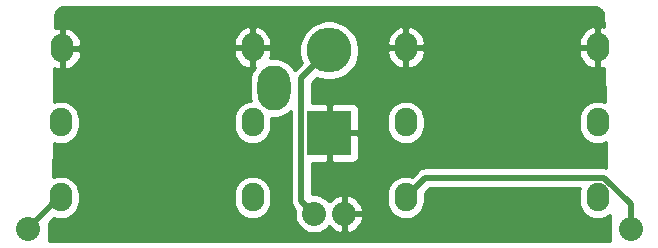
<source format=gbr>
G04 #@! TF.GenerationSoftware,KiCad,Pcbnew,(5.1.9-0-10_14)*
G04 #@! TF.CreationDate,2021-07-10T16:26:02+02:00*
G04 #@! TF.ProjectId,jack-power,6a61636b-2d70-46f7-9765-722e6b696361,rev?*
G04 #@! TF.SameCoordinates,Original*
G04 #@! TF.FileFunction,Copper,L1,Top*
G04 #@! TF.FilePolarity,Positive*
%FSLAX46Y46*%
G04 Gerber Fmt 4.6, Leading zero omitted, Abs format (unit mm)*
G04 Created by KiCad (PCBNEW (5.1.9-0-10_14)) date 2021-07-10 16:26:02*
%MOMM*%
%LPD*%
G01*
G04 APERTURE LIST*
G04 #@! TA.AperFunction,ComponentPad*
%ADD10R,3.810000X3.810000*%
G04 #@! TD*
G04 #@! TA.AperFunction,ComponentPad*
%ADD11O,3.810000X3.810000*%
G04 #@! TD*
G04 #@! TA.AperFunction,ComponentPad*
%ADD12O,2.810000X3.810000*%
G04 #@! TD*
G04 #@! TA.AperFunction,ComponentPad*
%ADD13O,1.930400X2.400000*%
G04 #@! TD*
G04 #@! TA.AperFunction,ComponentPad*
%ADD14O,2.032000X2.032000*%
G04 #@! TD*
G04 #@! TA.AperFunction,Conductor*
%ADD15C,0.500000*%
G04 #@! TD*
G04 #@! TA.AperFunction,Conductor*
%ADD16C,0.254000*%
G04 #@! TD*
G04 #@! TA.AperFunction,Conductor*
%ADD17C,0.100000*%
G04 #@! TD*
G04 APERTURE END LIST*
D10*
X103124000Y-71882000D03*
D11*
X103124000Y-64897000D03*
D12*
X98425000Y-68072000D03*
D13*
X125844000Y-77343000D03*
X109614000Y-77343000D03*
X125844000Y-64643000D03*
X109614000Y-64643000D03*
X125844000Y-70993000D03*
X109614000Y-70993000D03*
X96634000Y-77343000D03*
X80404000Y-77343000D03*
X96634000Y-64643000D03*
X80530200Y-64734800D03*
X96634000Y-70993000D03*
X80404000Y-70993000D03*
D14*
X128651000Y-80010000D03*
X77597000Y-80010000D03*
X104394000Y-78740000D03*
X101854000Y-78740000D03*
D15*
X100768999Y-67252001D02*
X100768999Y-77654999D01*
X100768999Y-77654999D02*
X101854000Y-78740000D01*
X103124000Y-64897000D02*
X100768999Y-67252001D01*
X80264000Y-77343000D02*
X77597000Y-80010000D01*
X80404000Y-77343000D02*
X80264000Y-77343000D01*
X128651000Y-77913791D02*
X128651000Y-80010000D01*
X126430199Y-75692990D02*
X128651000Y-77913791D01*
X111264010Y-75692990D02*
X126430199Y-75692990D01*
X109614000Y-77343000D02*
X111264010Y-75692990D01*
D16*
X125745537Y-61256141D02*
X125882644Y-61297536D01*
X126009095Y-61364771D01*
X126120086Y-61455293D01*
X126211378Y-61565648D01*
X126279497Y-61691630D01*
X126321847Y-61828442D01*
X126340435Y-62005298D01*
X126357081Y-62887514D01*
X126323377Y-62873229D01*
X126218973Y-62852554D01*
X125971000Y-62972356D01*
X125971000Y-64516000D01*
X125991000Y-64516000D01*
X125991000Y-64770000D01*
X125971000Y-64770000D01*
X125971000Y-66313644D01*
X126218973Y-66433446D01*
X126323377Y-66412771D01*
X126422801Y-66370632D01*
X126477742Y-69282495D01*
X126459332Y-69272655D01*
X126157693Y-69181154D01*
X125844000Y-69150258D01*
X125530306Y-69181154D01*
X125228667Y-69272655D01*
X124950675Y-69421245D01*
X124707013Y-69621213D01*
X124507045Y-69864876D01*
X124358455Y-70142868D01*
X124266954Y-70444507D01*
X124243800Y-70679595D01*
X124243800Y-71306406D01*
X124266954Y-71541494D01*
X124358455Y-71843133D01*
X124507045Y-72121125D01*
X124707013Y-72364787D01*
X124950676Y-72564755D01*
X125228668Y-72713345D01*
X125530307Y-72804846D01*
X125844000Y-72835742D01*
X126157694Y-72804846D01*
X126459333Y-72713345D01*
X126541645Y-72669348D01*
X126582198Y-74818678D01*
X126473676Y-74807990D01*
X126473668Y-74807990D01*
X126430199Y-74803709D01*
X126386730Y-74807990D01*
X111307479Y-74807990D01*
X111264010Y-74803709D01*
X111220541Y-74807990D01*
X111220533Y-74807990D01*
X111090520Y-74820795D01*
X110923696Y-74871401D01*
X110769951Y-74953579D01*
X110668963Y-75036458D01*
X110668961Y-75036460D01*
X110635193Y-75064173D01*
X110607480Y-75097941D01*
X110116879Y-75588543D01*
X109927693Y-75531154D01*
X109614000Y-75500258D01*
X109300306Y-75531154D01*
X108998667Y-75622655D01*
X108720675Y-75771245D01*
X108477013Y-75971213D01*
X108277045Y-76214876D01*
X108128455Y-76492868D01*
X108036954Y-76794507D01*
X108013800Y-77029595D01*
X108013800Y-77656406D01*
X108036954Y-77891494D01*
X108128455Y-78193133D01*
X108277045Y-78471125D01*
X108477013Y-78714787D01*
X108720676Y-78914755D01*
X108998668Y-79063345D01*
X109300307Y-79154846D01*
X109614000Y-79185742D01*
X109927694Y-79154846D01*
X110229333Y-79063345D01*
X110507325Y-78914755D01*
X110750987Y-78714787D01*
X110950955Y-78471125D01*
X111099545Y-78193133D01*
X111191046Y-77891493D01*
X111214200Y-77656405D01*
X111214200Y-77029594D01*
X111211043Y-76997536D01*
X111630589Y-76577990D01*
X124332634Y-76577990D01*
X124266954Y-76794507D01*
X124243800Y-77029595D01*
X124243800Y-77656406D01*
X124266954Y-77891494D01*
X124358455Y-78193133D01*
X124507045Y-78471125D01*
X124707013Y-78714787D01*
X124950676Y-78914755D01*
X125228668Y-79063345D01*
X125530307Y-79154846D01*
X125844000Y-79185742D01*
X126157694Y-79154846D01*
X126459333Y-79063345D01*
X126737325Y-78914755D01*
X126873000Y-78803410D01*
X126873000Y-81001000D01*
X79375000Y-81001000D01*
X79375000Y-79483578D01*
X79793705Y-79064873D01*
X80090307Y-79154846D01*
X80404000Y-79185742D01*
X80717694Y-79154846D01*
X81019333Y-79063345D01*
X81297325Y-78914755D01*
X81540987Y-78714787D01*
X81740955Y-78471125D01*
X81889545Y-78193133D01*
X81981046Y-77891493D01*
X82004200Y-77656405D01*
X82004200Y-77029595D01*
X95033800Y-77029595D01*
X95033800Y-77656406D01*
X95056954Y-77891494D01*
X95148455Y-78193133D01*
X95297045Y-78471125D01*
X95497013Y-78714787D01*
X95740676Y-78914755D01*
X96018668Y-79063345D01*
X96320307Y-79154846D01*
X96634000Y-79185742D01*
X96947694Y-79154846D01*
X97249333Y-79063345D01*
X97527325Y-78914755D01*
X97770987Y-78714787D01*
X97970955Y-78471125D01*
X98119545Y-78193133D01*
X98211046Y-77891493D01*
X98234200Y-77656405D01*
X98234200Y-77029594D01*
X98211046Y-76794506D01*
X98119545Y-76492867D01*
X97970955Y-76214875D01*
X97770987Y-75971213D01*
X97527324Y-75771245D01*
X97249332Y-75622655D01*
X96947693Y-75531154D01*
X96634000Y-75500258D01*
X96320306Y-75531154D01*
X96018667Y-75622655D01*
X95740675Y-75771245D01*
X95497013Y-75971213D01*
X95297045Y-76214876D01*
X95148455Y-76492868D01*
X95056954Y-76794507D01*
X95033800Y-77029595D01*
X82004200Y-77029595D01*
X82004200Y-77029594D01*
X81981046Y-76794506D01*
X81889545Y-76492867D01*
X81740955Y-76214875D01*
X81540987Y-75971213D01*
X81297324Y-75771245D01*
X81019332Y-75622655D01*
X80717693Y-75531154D01*
X80404000Y-75500258D01*
X80090306Y-75531154D01*
X79788667Y-75622655D01*
X79747960Y-75644414D01*
X79748325Y-75643248D01*
X79766686Y-75589373D01*
X79767760Y-75581293D01*
X79770200Y-75573513D01*
X79776314Y-75516912D01*
X79783810Y-75460498D01*
X79781199Y-75419912D01*
X79806681Y-72718809D01*
X80090307Y-72804846D01*
X80404000Y-72835742D01*
X80717694Y-72804846D01*
X81019333Y-72713345D01*
X81297325Y-72564755D01*
X81540987Y-72364787D01*
X81740955Y-72121125D01*
X81889545Y-71843133D01*
X81981046Y-71541493D01*
X82004200Y-71306405D01*
X82004200Y-70679595D01*
X95033800Y-70679595D01*
X95033800Y-71306406D01*
X95056954Y-71541494D01*
X95148455Y-71843133D01*
X95297045Y-72121125D01*
X95497013Y-72364787D01*
X95740676Y-72564755D01*
X96018668Y-72713345D01*
X96320307Y-72804846D01*
X96634000Y-72835742D01*
X96947694Y-72804846D01*
X97249333Y-72713345D01*
X97527325Y-72564755D01*
X97770987Y-72364787D01*
X97970955Y-72121125D01*
X98119545Y-71843133D01*
X98211046Y-71541493D01*
X98234200Y-71306405D01*
X98234200Y-70679594D01*
X98226590Y-70602328D01*
X98425000Y-70621870D01*
X98824909Y-70582482D01*
X99209450Y-70465833D01*
X99563847Y-70276405D01*
X99874477Y-70021477D01*
X99883999Y-70009874D01*
X99884000Y-77611520D01*
X99879718Y-77654999D01*
X99896804Y-77828489D01*
X99947411Y-77995312D01*
X100029589Y-78149058D01*
X100112467Y-78250045D01*
X100112470Y-78250048D01*
X100140183Y-78283816D01*
X100173950Y-78311528D01*
X100242290Y-78379868D01*
X100203000Y-78577391D01*
X100203000Y-78902609D01*
X100266447Y-79221579D01*
X100390903Y-79522042D01*
X100571585Y-79792451D01*
X100801549Y-80022415D01*
X101071958Y-80203097D01*
X101372421Y-80327553D01*
X101691391Y-80391000D01*
X102016609Y-80391000D01*
X102335579Y-80327553D01*
X102636042Y-80203097D01*
X102906451Y-80022415D01*
X103132831Y-79796035D01*
X103183358Y-79862569D01*
X103425623Y-80077184D01*
X103705102Y-80240411D01*
X104011055Y-80345978D01*
X104267000Y-80227362D01*
X104267000Y-78867000D01*
X104521000Y-78867000D01*
X104521000Y-80227362D01*
X104776945Y-80345978D01*
X105082898Y-80240411D01*
X105362377Y-80077184D01*
X105604642Y-79862569D01*
X105800382Y-79604815D01*
X105942076Y-79313826D01*
X105999975Y-79122944D01*
X105880836Y-78867000D01*
X104521000Y-78867000D01*
X104267000Y-78867000D01*
X104247000Y-78867000D01*
X104247000Y-78613000D01*
X104267000Y-78613000D01*
X104267000Y-77252638D01*
X104521000Y-77252638D01*
X104521000Y-78613000D01*
X105880836Y-78613000D01*
X105999975Y-78357056D01*
X105942076Y-78166174D01*
X105800382Y-77875185D01*
X105604642Y-77617431D01*
X105362377Y-77402816D01*
X105082898Y-77239589D01*
X104776945Y-77134022D01*
X104521000Y-77252638D01*
X104267000Y-77252638D01*
X104011055Y-77134022D01*
X103705102Y-77239589D01*
X103425623Y-77402816D01*
X103183358Y-77617431D01*
X103132831Y-77683965D01*
X102906451Y-77457585D01*
X102636042Y-77276903D01*
X102335579Y-77152447D01*
X102016609Y-77089000D01*
X101691391Y-77089000D01*
X101653999Y-77096438D01*
X101653999Y-74424247D01*
X102838250Y-74422000D01*
X102997000Y-74263250D01*
X102997000Y-72009000D01*
X103251000Y-72009000D01*
X103251000Y-74263250D01*
X103409750Y-74422000D01*
X105029000Y-74425072D01*
X105153482Y-74412812D01*
X105273180Y-74376502D01*
X105383494Y-74317537D01*
X105480185Y-74238185D01*
X105559537Y-74141494D01*
X105618502Y-74031180D01*
X105654812Y-73911482D01*
X105667072Y-73787000D01*
X105664000Y-72167750D01*
X105505250Y-72009000D01*
X103251000Y-72009000D01*
X102997000Y-72009000D01*
X102977000Y-72009000D01*
X102977000Y-71755000D01*
X102997000Y-71755000D01*
X102997000Y-69500750D01*
X103251000Y-69500750D01*
X103251000Y-71755000D01*
X105505250Y-71755000D01*
X105664000Y-71596250D01*
X105665739Y-70679595D01*
X108013800Y-70679595D01*
X108013800Y-71306406D01*
X108036954Y-71541494D01*
X108128455Y-71843133D01*
X108277045Y-72121125D01*
X108477013Y-72364787D01*
X108720676Y-72564755D01*
X108998668Y-72713345D01*
X109300307Y-72804846D01*
X109614000Y-72835742D01*
X109927694Y-72804846D01*
X110229333Y-72713345D01*
X110507325Y-72564755D01*
X110750987Y-72364787D01*
X110950955Y-72121125D01*
X111099545Y-71843133D01*
X111191046Y-71541493D01*
X111214200Y-71306405D01*
X111214200Y-70679594D01*
X111191046Y-70444506D01*
X111099545Y-70142867D01*
X110950955Y-69864875D01*
X110750987Y-69621213D01*
X110507324Y-69421245D01*
X110229332Y-69272655D01*
X109927693Y-69181154D01*
X109614000Y-69150258D01*
X109300306Y-69181154D01*
X108998667Y-69272655D01*
X108720675Y-69421245D01*
X108477013Y-69621213D01*
X108277045Y-69864876D01*
X108128455Y-70142868D01*
X108036954Y-70444507D01*
X108013800Y-70679595D01*
X105665739Y-70679595D01*
X105667072Y-69977000D01*
X105654812Y-69852518D01*
X105618502Y-69732820D01*
X105559537Y-69622506D01*
X105480185Y-69525815D01*
X105383494Y-69446463D01*
X105273180Y-69387498D01*
X105153482Y-69351188D01*
X105029000Y-69338928D01*
X103409750Y-69342000D01*
X103251000Y-69500750D01*
X102997000Y-69500750D01*
X102838250Y-69342000D01*
X101653999Y-69339753D01*
X101653999Y-67618579D01*
X102064968Y-67207611D01*
X102383109Y-67339389D01*
X102873832Y-67437000D01*
X103374168Y-67437000D01*
X103864891Y-67339389D01*
X104327141Y-67147919D01*
X104743156Y-66869947D01*
X105096947Y-66516156D01*
X105374919Y-66100141D01*
X105566389Y-65637891D01*
X105664000Y-65147168D01*
X105664000Y-65022321D01*
X108012422Y-65022321D01*
X108071391Y-65331996D01*
X108189641Y-65624217D01*
X108362628Y-65887753D01*
X108583705Y-66112478D01*
X108844376Y-66289755D01*
X109134623Y-66412771D01*
X109239027Y-66433446D01*
X109487000Y-66313644D01*
X109487000Y-64770000D01*
X109741000Y-64770000D01*
X109741000Y-66313644D01*
X109988973Y-66433446D01*
X110093377Y-66412771D01*
X110383624Y-66289755D01*
X110644295Y-66112478D01*
X110865372Y-65887753D01*
X111038359Y-65624217D01*
X111156609Y-65331996D01*
X111215578Y-65022321D01*
X124242422Y-65022321D01*
X124301391Y-65331996D01*
X124419641Y-65624217D01*
X124592628Y-65887753D01*
X124813705Y-66112478D01*
X125074376Y-66289755D01*
X125364623Y-66412771D01*
X125469027Y-66433446D01*
X125717000Y-66313644D01*
X125717000Y-64770000D01*
X124398282Y-64770000D01*
X124242422Y-65022321D01*
X111215578Y-65022321D01*
X111059718Y-64770000D01*
X109741000Y-64770000D01*
X109487000Y-64770000D01*
X108168282Y-64770000D01*
X108012422Y-65022321D01*
X105664000Y-65022321D01*
X105664000Y-64646832D01*
X105587787Y-64263679D01*
X108012422Y-64263679D01*
X108168282Y-64516000D01*
X109487000Y-64516000D01*
X109487000Y-62972356D01*
X109741000Y-62972356D01*
X109741000Y-64516000D01*
X111059718Y-64516000D01*
X111215578Y-64263679D01*
X124242422Y-64263679D01*
X124398282Y-64516000D01*
X125717000Y-64516000D01*
X125717000Y-62972356D01*
X125469027Y-62852554D01*
X125364623Y-62873229D01*
X125074376Y-62996245D01*
X124813705Y-63173522D01*
X124592628Y-63398247D01*
X124419641Y-63661783D01*
X124301391Y-63954004D01*
X124242422Y-64263679D01*
X111215578Y-64263679D01*
X111156609Y-63954004D01*
X111038359Y-63661783D01*
X110865372Y-63398247D01*
X110644295Y-63173522D01*
X110383624Y-62996245D01*
X110093377Y-62873229D01*
X109988973Y-62852554D01*
X109741000Y-62972356D01*
X109487000Y-62972356D01*
X109239027Y-62852554D01*
X109134623Y-62873229D01*
X108844376Y-62996245D01*
X108583705Y-63173522D01*
X108362628Y-63398247D01*
X108189641Y-63661783D01*
X108071391Y-63954004D01*
X108012422Y-64263679D01*
X105587787Y-64263679D01*
X105566389Y-64156109D01*
X105374919Y-63693859D01*
X105096947Y-63277844D01*
X104743156Y-62924053D01*
X104327141Y-62646081D01*
X103864891Y-62454611D01*
X103374168Y-62357000D01*
X102873832Y-62357000D01*
X102383109Y-62454611D01*
X101920859Y-62646081D01*
X101504844Y-62924053D01*
X101151053Y-63277844D01*
X100873081Y-63693859D01*
X100681611Y-64156109D01*
X100584000Y-64646832D01*
X100584000Y-65147168D01*
X100681611Y-65637891D01*
X100813389Y-65956032D01*
X100201461Y-66567961D01*
X100129405Y-66433153D01*
X99874477Y-66122523D01*
X99563847Y-65867595D01*
X99209451Y-65678167D01*
X98824910Y-65561518D01*
X98425000Y-65522130D01*
X98086165Y-65555503D01*
X98176609Y-65331996D01*
X98235578Y-65022321D01*
X98079718Y-64770000D01*
X96761000Y-64770000D01*
X96761000Y-66313644D01*
X96802300Y-66333597D01*
X96720596Y-66433153D01*
X96531167Y-66787549D01*
X96414518Y-67172090D01*
X96385000Y-67471789D01*
X96385000Y-68672210D01*
X96414518Y-68971909D01*
X96473417Y-69166074D01*
X96320306Y-69181154D01*
X96018667Y-69272655D01*
X95740675Y-69421245D01*
X95497013Y-69621213D01*
X95297045Y-69864876D01*
X95148455Y-70142868D01*
X95056954Y-70444507D01*
X95033800Y-70679595D01*
X82004200Y-70679595D01*
X82004200Y-70679594D01*
X81981046Y-70444506D01*
X81889545Y-70142867D01*
X81740955Y-69864875D01*
X81540987Y-69621213D01*
X81297324Y-69421245D01*
X81019332Y-69272655D01*
X80717693Y-69181154D01*
X80404000Y-69150258D01*
X80090306Y-69181154D01*
X79839337Y-69257284D01*
X79866045Y-66426256D01*
X80050823Y-66504571D01*
X80155227Y-66525246D01*
X80403200Y-66405444D01*
X80403200Y-64861800D01*
X80657200Y-64861800D01*
X80657200Y-66405444D01*
X80905173Y-66525246D01*
X81009577Y-66504571D01*
X81299824Y-66381555D01*
X81560495Y-66204278D01*
X81781572Y-65979553D01*
X81954559Y-65716017D01*
X82072809Y-65423796D01*
X82131778Y-65114121D01*
X82075073Y-65022321D01*
X95032422Y-65022321D01*
X95091391Y-65331996D01*
X95209641Y-65624217D01*
X95382628Y-65887753D01*
X95603705Y-66112478D01*
X95864376Y-66289755D01*
X96154623Y-66412771D01*
X96259027Y-66433446D01*
X96507000Y-66313644D01*
X96507000Y-64770000D01*
X95188282Y-64770000D01*
X95032422Y-65022321D01*
X82075073Y-65022321D01*
X81975918Y-64861800D01*
X80657200Y-64861800D01*
X80403200Y-64861800D01*
X80383200Y-64861800D01*
X80383200Y-64607800D01*
X80403200Y-64607800D01*
X80403200Y-63064156D01*
X80657200Y-63064156D01*
X80657200Y-64607800D01*
X81975918Y-64607800D01*
X82131778Y-64355479D01*
X82114298Y-64263679D01*
X95032422Y-64263679D01*
X95188282Y-64516000D01*
X96507000Y-64516000D01*
X96507000Y-62972356D01*
X96761000Y-62972356D01*
X96761000Y-64516000D01*
X98079718Y-64516000D01*
X98235578Y-64263679D01*
X98176609Y-63954004D01*
X98058359Y-63661783D01*
X97885372Y-63398247D01*
X97664295Y-63173522D01*
X97403624Y-62996245D01*
X97113377Y-62873229D01*
X97008973Y-62852554D01*
X96761000Y-62972356D01*
X96507000Y-62972356D01*
X96259027Y-62852554D01*
X96154623Y-62873229D01*
X95864376Y-62996245D01*
X95603705Y-63173522D01*
X95382628Y-63398247D01*
X95209641Y-63661783D01*
X95091391Y-63954004D01*
X95032422Y-64263679D01*
X82114298Y-64263679D01*
X82072809Y-64045804D01*
X81954559Y-63753583D01*
X81781572Y-63490047D01*
X81560495Y-63265322D01*
X81299824Y-63088045D01*
X81009577Y-62965029D01*
X80905173Y-62944354D01*
X80657200Y-63064156D01*
X80403200Y-63064156D01*
X80155227Y-62944354D01*
X80050823Y-62965029D01*
X79898088Y-63029763D01*
X79907695Y-62011390D01*
X79925141Y-61833463D01*
X79966536Y-61696356D01*
X80033771Y-61569905D01*
X80124293Y-61458914D01*
X80234648Y-61367622D01*
X80360630Y-61299503D01*
X80497442Y-61257153D01*
X80670155Y-61239000D01*
X125570720Y-61239000D01*
X125745537Y-61256141D01*
G04 #@! TA.AperFunction,Conductor*
D17*
G36*
X125745537Y-61256141D02*
G01*
X125882644Y-61297536D01*
X126009095Y-61364771D01*
X126120086Y-61455293D01*
X126211378Y-61565648D01*
X126279497Y-61691630D01*
X126321847Y-61828442D01*
X126340435Y-62005298D01*
X126357081Y-62887514D01*
X126323377Y-62873229D01*
X126218973Y-62852554D01*
X125971000Y-62972356D01*
X125971000Y-64516000D01*
X125991000Y-64516000D01*
X125991000Y-64770000D01*
X125971000Y-64770000D01*
X125971000Y-66313644D01*
X126218973Y-66433446D01*
X126323377Y-66412771D01*
X126422801Y-66370632D01*
X126477742Y-69282495D01*
X126459332Y-69272655D01*
X126157693Y-69181154D01*
X125844000Y-69150258D01*
X125530306Y-69181154D01*
X125228667Y-69272655D01*
X124950675Y-69421245D01*
X124707013Y-69621213D01*
X124507045Y-69864876D01*
X124358455Y-70142868D01*
X124266954Y-70444507D01*
X124243800Y-70679595D01*
X124243800Y-71306406D01*
X124266954Y-71541494D01*
X124358455Y-71843133D01*
X124507045Y-72121125D01*
X124707013Y-72364787D01*
X124950676Y-72564755D01*
X125228668Y-72713345D01*
X125530307Y-72804846D01*
X125844000Y-72835742D01*
X126157694Y-72804846D01*
X126459333Y-72713345D01*
X126541645Y-72669348D01*
X126582198Y-74818678D01*
X126473676Y-74807990D01*
X126473668Y-74807990D01*
X126430199Y-74803709D01*
X126386730Y-74807990D01*
X111307479Y-74807990D01*
X111264010Y-74803709D01*
X111220541Y-74807990D01*
X111220533Y-74807990D01*
X111090520Y-74820795D01*
X110923696Y-74871401D01*
X110769951Y-74953579D01*
X110668963Y-75036458D01*
X110668961Y-75036460D01*
X110635193Y-75064173D01*
X110607480Y-75097941D01*
X110116879Y-75588543D01*
X109927693Y-75531154D01*
X109614000Y-75500258D01*
X109300306Y-75531154D01*
X108998667Y-75622655D01*
X108720675Y-75771245D01*
X108477013Y-75971213D01*
X108277045Y-76214876D01*
X108128455Y-76492868D01*
X108036954Y-76794507D01*
X108013800Y-77029595D01*
X108013800Y-77656406D01*
X108036954Y-77891494D01*
X108128455Y-78193133D01*
X108277045Y-78471125D01*
X108477013Y-78714787D01*
X108720676Y-78914755D01*
X108998668Y-79063345D01*
X109300307Y-79154846D01*
X109614000Y-79185742D01*
X109927694Y-79154846D01*
X110229333Y-79063345D01*
X110507325Y-78914755D01*
X110750987Y-78714787D01*
X110950955Y-78471125D01*
X111099545Y-78193133D01*
X111191046Y-77891493D01*
X111214200Y-77656405D01*
X111214200Y-77029594D01*
X111211043Y-76997536D01*
X111630589Y-76577990D01*
X124332634Y-76577990D01*
X124266954Y-76794507D01*
X124243800Y-77029595D01*
X124243800Y-77656406D01*
X124266954Y-77891494D01*
X124358455Y-78193133D01*
X124507045Y-78471125D01*
X124707013Y-78714787D01*
X124950676Y-78914755D01*
X125228668Y-79063345D01*
X125530307Y-79154846D01*
X125844000Y-79185742D01*
X126157694Y-79154846D01*
X126459333Y-79063345D01*
X126737325Y-78914755D01*
X126873000Y-78803410D01*
X126873000Y-81001000D01*
X79375000Y-81001000D01*
X79375000Y-79483578D01*
X79793705Y-79064873D01*
X80090307Y-79154846D01*
X80404000Y-79185742D01*
X80717694Y-79154846D01*
X81019333Y-79063345D01*
X81297325Y-78914755D01*
X81540987Y-78714787D01*
X81740955Y-78471125D01*
X81889545Y-78193133D01*
X81981046Y-77891493D01*
X82004200Y-77656405D01*
X82004200Y-77029595D01*
X95033800Y-77029595D01*
X95033800Y-77656406D01*
X95056954Y-77891494D01*
X95148455Y-78193133D01*
X95297045Y-78471125D01*
X95497013Y-78714787D01*
X95740676Y-78914755D01*
X96018668Y-79063345D01*
X96320307Y-79154846D01*
X96634000Y-79185742D01*
X96947694Y-79154846D01*
X97249333Y-79063345D01*
X97527325Y-78914755D01*
X97770987Y-78714787D01*
X97970955Y-78471125D01*
X98119545Y-78193133D01*
X98211046Y-77891493D01*
X98234200Y-77656405D01*
X98234200Y-77029594D01*
X98211046Y-76794506D01*
X98119545Y-76492867D01*
X97970955Y-76214875D01*
X97770987Y-75971213D01*
X97527324Y-75771245D01*
X97249332Y-75622655D01*
X96947693Y-75531154D01*
X96634000Y-75500258D01*
X96320306Y-75531154D01*
X96018667Y-75622655D01*
X95740675Y-75771245D01*
X95497013Y-75971213D01*
X95297045Y-76214876D01*
X95148455Y-76492868D01*
X95056954Y-76794507D01*
X95033800Y-77029595D01*
X82004200Y-77029595D01*
X82004200Y-77029594D01*
X81981046Y-76794506D01*
X81889545Y-76492867D01*
X81740955Y-76214875D01*
X81540987Y-75971213D01*
X81297324Y-75771245D01*
X81019332Y-75622655D01*
X80717693Y-75531154D01*
X80404000Y-75500258D01*
X80090306Y-75531154D01*
X79788667Y-75622655D01*
X79747960Y-75644414D01*
X79748325Y-75643248D01*
X79766686Y-75589373D01*
X79767760Y-75581293D01*
X79770200Y-75573513D01*
X79776314Y-75516912D01*
X79783810Y-75460498D01*
X79781199Y-75419912D01*
X79806681Y-72718809D01*
X80090307Y-72804846D01*
X80404000Y-72835742D01*
X80717694Y-72804846D01*
X81019333Y-72713345D01*
X81297325Y-72564755D01*
X81540987Y-72364787D01*
X81740955Y-72121125D01*
X81889545Y-71843133D01*
X81981046Y-71541493D01*
X82004200Y-71306405D01*
X82004200Y-70679595D01*
X95033800Y-70679595D01*
X95033800Y-71306406D01*
X95056954Y-71541494D01*
X95148455Y-71843133D01*
X95297045Y-72121125D01*
X95497013Y-72364787D01*
X95740676Y-72564755D01*
X96018668Y-72713345D01*
X96320307Y-72804846D01*
X96634000Y-72835742D01*
X96947694Y-72804846D01*
X97249333Y-72713345D01*
X97527325Y-72564755D01*
X97770987Y-72364787D01*
X97970955Y-72121125D01*
X98119545Y-71843133D01*
X98211046Y-71541493D01*
X98234200Y-71306405D01*
X98234200Y-70679594D01*
X98226590Y-70602328D01*
X98425000Y-70621870D01*
X98824909Y-70582482D01*
X99209450Y-70465833D01*
X99563847Y-70276405D01*
X99874477Y-70021477D01*
X99883999Y-70009874D01*
X99884000Y-77611520D01*
X99879718Y-77654999D01*
X99896804Y-77828489D01*
X99947411Y-77995312D01*
X100029589Y-78149058D01*
X100112467Y-78250045D01*
X100112470Y-78250048D01*
X100140183Y-78283816D01*
X100173950Y-78311528D01*
X100242290Y-78379868D01*
X100203000Y-78577391D01*
X100203000Y-78902609D01*
X100266447Y-79221579D01*
X100390903Y-79522042D01*
X100571585Y-79792451D01*
X100801549Y-80022415D01*
X101071958Y-80203097D01*
X101372421Y-80327553D01*
X101691391Y-80391000D01*
X102016609Y-80391000D01*
X102335579Y-80327553D01*
X102636042Y-80203097D01*
X102906451Y-80022415D01*
X103132831Y-79796035D01*
X103183358Y-79862569D01*
X103425623Y-80077184D01*
X103705102Y-80240411D01*
X104011055Y-80345978D01*
X104267000Y-80227362D01*
X104267000Y-78867000D01*
X104521000Y-78867000D01*
X104521000Y-80227362D01*
X104776945Y-80345978D01*
X105082898Y-80240411D01*
X105362377Y-80077184D01*
X105604642Y-79862569D01*
X105800382Y-79604815D01*
X105942076Y-79313826D01*
X105999975Y-79122944D01*
X105880836Y-78867000D01*
X104521000Y-78867000D01*
X104267000Y-78867000D01*
X104247000Y-78867000D01*
X104247000Y-78613000D01*
X104267000Y-78613000D01*
X104267000Y-77252638D01*
X104521000Y-77252638D01*
X104521000Y-78613000D01*
X105880836Y-78613000D01*
X105999975Y-78357056D01*
X105942076Y-78166174D01*
X105800382Y-77875185D01*
X105604642Y-77617431D01*
X105362377Y-77402816D01*
X105082898Y-77239589D01*
X104776945Y-77134022D01*
X104521000Y-77252638D01*
X104267000Y-77252638D01*
X104011055Y-77134022D01*
X103705102Y-77239589D01*
X103425623Y-77402816D01*
X103183358Y-77617431D01*
X103132831Y-77683965D01*
X102906451Y-77457585D01*
X102636042Y-77276903D01*
X102335579Y-77152447D01*
X102016609Y-77089000D01*
X101691391Y-77089000D01*
X101653999Y-77096438D01*
X101653999Y-74424247D01*
X102838250Y-74422000D01*
X102997000Y-74263250D01*
X102997000Y-72009000D01*
X103251000Y-72009000D01*
X103251000Y-74263250D01*
X103409750Y-74422000D01*
X105029000Y-74425072D01*
X105153482Y-74412812D01*
X105273180Y-74376502D01*
X105383494Y-74317537D01*
X105480185Y-74238185D01*
X105559537Y-74141494D01*
X105618502Y-74031180D01*
X105654812Y-73911482D01*
X105667072Y-73787000D01*
X105664000Y-72167750D01*
X105505250Y-72009000D01*
X103251000Y-72009000D01*
X102997000Y-72009000D01*
X102977000Y-72009000D01*
X102977000Y-71755000D01*
X102997000Y-71755000D01*
X102997000Y-69500750D01*
X103251000Y-69500750D01*
X103251000Y-71755000D01*
X105505250Y-71755000D01*
X105664000Y-71596250D01*
X105665739Y-70679595D01*
X108013800Y-70679595D01*
X108013800Y-71306406D01*
X108036954Y-71541494D01*
X108128455Y-71843133D01*
X108277045Y-72121125D01*
X108477013Y-72364787D01*
X108720676Y-72564755D01*
X108998668Y-72713345D01*
X109300307Y-72804846D01*
X109614000Y-72835742D01*
X109927694Y-72804846D01*
X110229333Y-72713345D01*
X110507325Y-72564755D01*
X110750987Y-72364787D01*
X110950955Y-72121125D01*
X111099545Y-71843133D01*
X111191046Y-71541493D01*
X111214200Y-71306405D01*
X111214200Y-70679594D01*
X111191046Y-70444506D01*
X111099545Y-70142867D01*
X110950955Y-69864875D01*
X110750987Y-69621213D01*
X110507324Y-69421245D01*
X110229332Y-69272655D01*
X109927693Y-69181154D01*
X109614000Y-69150258D01*
X109300306Y-69181154D01*
X108998667Y-69272655D01*
X108720675Y-69421245D01*
X108477013Y-69621213D01*
X108277045Y-69864876D01*
X108128455Y-70142868D01*
X108036954Y-70444507D01*
X108013800Y-70679595D01*
X105665739Y-70679595D01*
X105667072Y-69977000D01*
X105654812Y-69852518D01*
X105618502Y-69732820D01*
X105559537Y-69622506D01*
X105480185Y-69525815D01*
X105383494Y-69446463D01*
X105273180Y-69387498D01*
X105153482Y-69351188D01*
X105029000Y-69338928D01*
X103409750Y-69342000D01*
X103251000Y-69500750D01*
X102997000Y-69500750D01*
X102838250Y-69342000D01*
X101653999Y-69339753D01*
X101653999Y-67618579D01*
X102064968Y-67207611D01*
X102383109Y-67339389D01*
X102873832Y-67437000D01*
X103374168Y-67437000D01*
X103864891Y-67339389D01*
X104327141Y-67147919D01*
X104743156Y-66869947D01*
X105096947Y-66516156D01*
X105374919Y-66100141D01*
X105566389Y-65637891D01*
X105664000Y-65147168D01*
X105664000Y-65022321D01*
X108012422Y-65022321D01*
X108071391Y-65331996D01*
X108189641Y-65624217D01*
X108362628Y-65887753D01*
X108583705Y-66112478D01*
X108844376Y-66289755D01*
X109134623Y-66412771D01*
X109239027Y-66433446D01*
X109487000Y-66313644D01*
X109487000Y-64770000D01*
X109741000Y-64770000D01*
X109741000Y-66313644D01*
X109988973Y-66433446D01*
X110093377Y-66412771D01*
X110383624Y-66289755D01*
X110644295Y-66112478D01*
X110865372Y-65887753D01*
X111038359Y-65624217D01*
X111156609Y-65331996D01*
X111215578Y-65022321D01*
X124242422Y-65022321D01*
X124301391Y-65331996D01*
X124419641Y-65624217D01*
X124592628Y-65887753D01*
X124813705Y-66112478D01*
X125074376Y-66289755D01*
X125364623Y-66412771D01*
X125469027Y-66433446D01*
X125717000Y-66313644D01*
X125717000Y-64770000D01*
X124398282Y-64770000D01*
X124242422Y-65022321D01*
X111215578Y-65022321D01*
X111059718Y-64770000D01*
X109741000Y-64770000D01*
X109487000Y-64770000D01*
X108168282Y-64770000D01*
X108012422Y-65022321D01*
X105664000Y-65022321D01*
X105664000Y-64646832D01*
X105587787Y-64263679D01*
X108012422Y-64263679D01*
X108168282Y-64516000D01*
X109487000Y-64516000D01*
X109487000Y-62972356D01*
X109741000Y-62972356D01*
X109741000Y-64516000D01*
X111059718Y-64516000D01*
X111215578Y-64263679D01*
X124242422Y-64263679D01*
X124398282Y-64516000D01*
X125717000Y-64516000D01*
X125717000Y-62972356D01*
X125469027Y-62852554D01*
X125364623Y-62873229D01*
X125074376Y-62996245D01*
X124813705Y-63173522D01*
X124592628Y-63398247D01*
X124419641Y-63661783D01*
X124301391Y-63954004D01*
X124242422Y-64263679D01*
X111215578Y-64263679D01*
X111156609Y-63954004D01*
X111038359Y-63661783D01*
X110865372Y-63398247D01*
X110644295Y-63173522D01*
X110383624Y-62996245D01*
X110093377Y-62873229D01*
X109988973Y-62852554D01*
X109741000Y-62972356D01*
X109487000Y-62972356D01*
X109239027Y-62852554D01*
X109134623Y-62873229D01*
X108844376Y-62996245D01*
X108583705Y-63173522D01*
X108362628Y-63398247D01*
X108189641Y-63661783D01*
X108071391Y-63954004D01*
X108012422Y-64263679D01*
X105587787Y-64263679D01*
X105566389Y-64156109D01*
X105374919Y-63693859D01*
X105096947Y-63277844D01*
X104743156Y-62924053D01*
X104327141Y-62646081D01*
X103864891Y-62454611D01*
X103374168Y-62357000D01*
X102873832Y-62357000D01*
X102383109Y-62454611D01*
X101920859Y-62646081D01*
X101504844Y-62924053D01*
X101151053Y-63277844D01*
X100873081Y-63693859D01*
X100681611Y-64156109D01*
X100584000Y-64646832D01*
X100584000Y-65147168D01*
X100681611Y-65637891D01*
X100813389Y-65956032D01*
X100201461Y-66567961D01*
X100129405Y-66433153D01*
X99874477Y-66122523D01*
X99563847Y-65867595D01*
X99209451Y-65678167D01*
X98824910Y-65561518D01*
X98425000Y-65522130D01*
X98086165Y-65555503D01*
X98176609Y-65331996D01*
X98235578Y-65022321D01*
X98079718Y-64770000D01*
X96761000Y-64770000D01*
X96761000Y-66313644D01*
X96802300Y-66333597D01*
X96720596Y-66433153D01*
X96531167Y-66787549D01*
X96414518Y-67172090D01*
X96385000Y-67471789D01*
X96385000Y-68672210D01*
X96414518Y-68971909D01*
X96473417Y-69166074D01*
X96320306Y-69181154D01*
X96018667Y-69272655D01*
X95740675Y-69421245D01*
X95497013Y-69621213D01*
X95297045Y-69864876D01*
X95148455Y-70142868D01*
X95056954Y-70444507D01*
X95033800Y-70679595D01*
X82004200Y-70679595D01*
X82004200Y-70679594D01*
X81981046Y-70444506D01*
X81889545Y-70142867D01*
X81740955Y-69864875D01*
X81540987Y-69621213D01*
X81297324Y-69421245D01*
X81019332Y-69272655D01*
X80717693Y-69181154D01*
X80404000Y-69150258D01*
X80090306Y-69181154D01*
X79839337Y-69257284D01*
X79866045Y-66426256D01*
X80050823Y-66504571D01*
X80155227Y-66525246D01*
X80403200Y-66405444D01*
X80403200Y-64861800D01*
X80657200Y-64861800D01*
X80657200Y-66405444D01*
X80905173Y-66525246D01*
X81009577Y-66504571D01*
X81299824Y-66381555D01*
X81560495Y-66204278D01*
X81781572Y-65979553D01*
X81954559Y-65716017D01*
X82072809Y-65423796D01*
X82131778Y-65114121D01*
X82075073Y-65022321D01*
X95032422Y-65022321D01*
X95091391Y-65331996D01*
X95209641Y-65624217D01*
X95382628Y-65887753D01*
X95603705Y-66112478D01*
X95864376Y-66289755D01*
X96154623Y-66412771D01*
X96259027Y-66433446D01*
X96507000Y-66313644D01*
X96507000Y-64770000D01*
X95188282Y-64770000D01*
X95032422Y-65022321D01*
X82075073Y-65022321D01*
X81975918Y-64861800D01*
X80657200Y-64861800D01*
X80403200Y-64861800D01*
X80383200Y-64861800D01*
X80383200Y-64607800D01*
X80403200Y-64607800D01*
X80403200Y-63064156D01*
X80657200Y-63064156D01*
X80657200Y-64607800D01*
X81975918Y-64607800D01*
X82131778Y-64355479D01*
X82114298Y-64263679D01*
X95032422Y-64263679D01*
X95188282Y-64516000D01*
X96507000Y-64516000D01*
X96507000Y-62972356D01*
X96761000Y-62972356D01*
X96761000Y-64516000D01*
X98079718Y-64516000D01*
X98235578Y-64263679D01*
X98176609Y-63954004D01*
X98058359Y-63661783D01*
X97885372Y-63398247D01*
X97664295Y-63173522D01*
X97403624Y-62996245D01*
X97113377Y-62873229D01*
X97008973Y-62852554D01*
X96761000Y-62972356D01*
X96507000Y-62972356D01*
X96259027Y-62852554D01*
X96154623Y-62873229D01*
X95864376Y-62996245D01*
X95603705Y-63173522D01*
X95382628Y-63398247D01*
X95209641Y-63661783D01*
X95091391Y-63954004D01*
X95032422Y-64263679D01*
X82114298Y-64263679D01*
X82072809Y-64045804D01*
X81954559Y-63753583D01*
X81781572Y-63490047D01*
X81560495Y-63265322D01*
X81299824Y-63088045D01*
X81009577Y-62965029D01*
X80905173Y-62944354D01*
X80657200Y-63064156D01*
X80403200Y-63064156D01*
X80155227Y-62944354D01*
X80050823Y-62965029D01*
X79898088Y-63029763D01*
X79907695Y-62011390D01*
X79925141Y-61833463D01*
X79966536Y-61696356D01*
X80033771Y-61569905D01*
X80124293Y-61458914D01*
X80234648Y-61367622D01*
X80360630Y-61299503D01*
X80497442Y-61257153D01*
X80670155Y-61239000D01*
X125570720Y-61239000D01*
X125745537Y-61256141D01*
G37*
G04 #@! TD.AperFunction*
M02*

</source>
